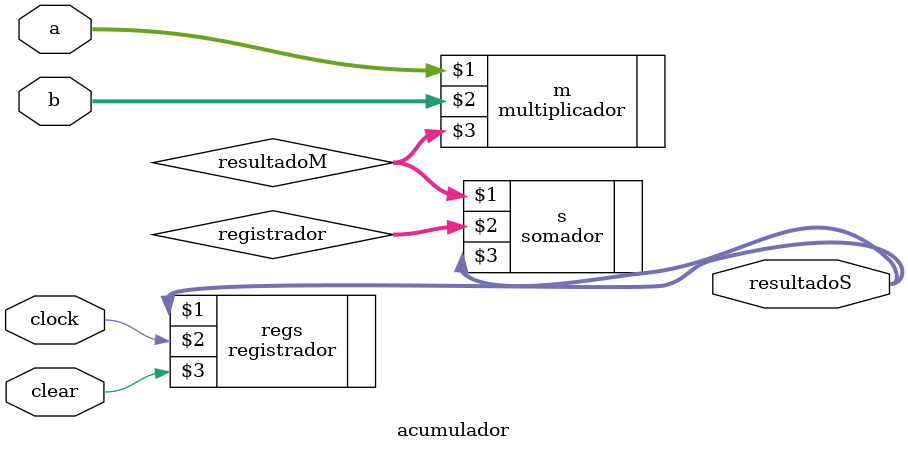
<source format=v>
module acumulador (a,b,clock,clear,resultadoS);
	input [7:0] a,b;
	input clock,clear;
	output [15:0] resultadoS;
	
	wire [15:0] resultadoM, registrador;

	multiplicador m(a, b, resultadoM);
	somador s(resultadoM, registrador,resultadoS);
	registrador regs(resultadoS, clock,clear);

endmodule

</source>
